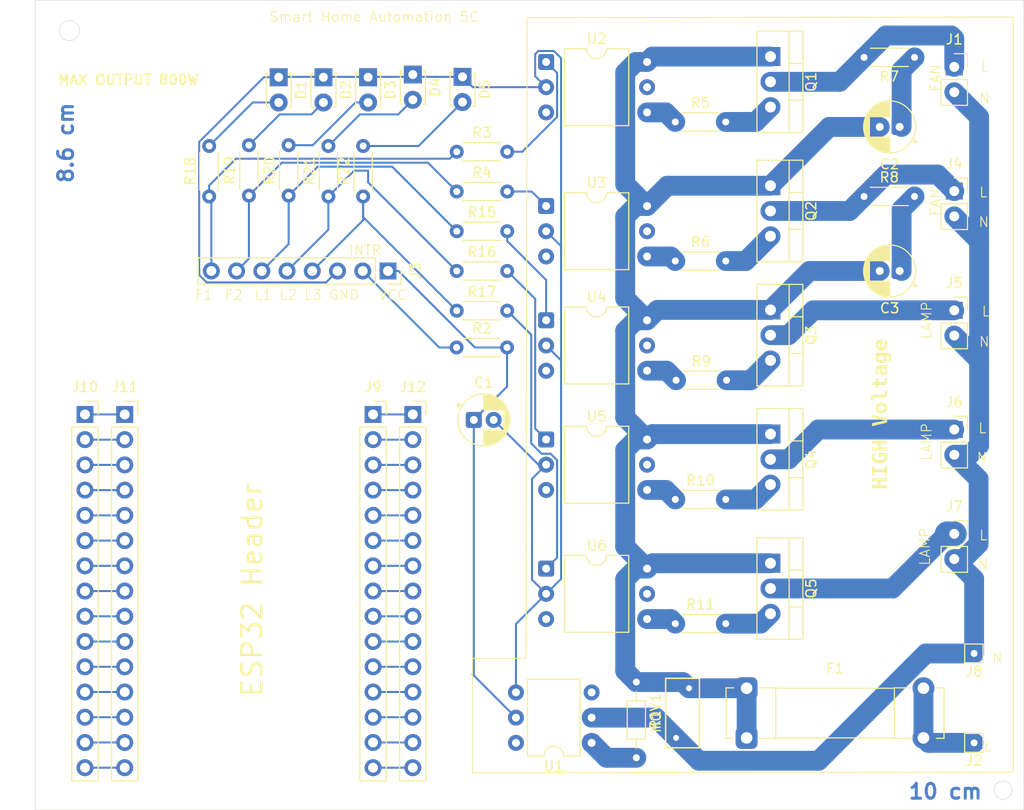
<source format=kicad_pcb>
(kicad_pcb (version 20241229) (generator "pcbnew") (generator_version "9.0")
  (layers (0 "F.Cu" signal) (2 "B.Cu" signal) (13 "F.Paste" user) (15 "B.Paste" user) (5 "F.SilkS" user "F.Silkscreen") (7 "B.SilkS" user "B.Silkscreen") (1 "F.Mask" user) (3 "B.Mask" user) (25 "Edge.Cuts" user))
  (net 0 "")
  (net 1 "Net-(D1-K)")
  (net 2 "Net-(J3-Pin_1)")
  (net 3 "230")
  (net 4 "Net-(C2-Pad1)")
  (net 5 "Net-(C3-Pad1)")
  (net 6 "Net-(D1-A)")
  (net 7 "Net-(D2-A)")
  (net 8 "Net-(D3-A)")
  (net 9 "Net-(D4-A)")
  (net 10 "Net-(D5-A)")
  (net 11 "Net-(J1-Pin_1)")
  (net 12 "GND")
  (net 13 "Net-(J3-Pin_8)")
  (net 14 "Net-(J3-Pin_7)")
  (net 15 "Net-(J3-Pin_4)")
  (net 16 "Net-(J3-Pin_6)")
  (net 17 "Net-(J3-Pin_2)")
  (net 18 "Net-(J3-Pin_5)")
  (net 19 "Net-(J4-Pin_1)")
  (net 20 "Net-(J5-Pin_1)")
  (net 21 "Net-(J6-Pin_1)")
  (net 22 "Net-(J7-Pin_1)")
  (net 23 "Net-(Q1-G)")
  (net 24 "Net-(Q2-G)")
  (net 25 "Net-(Q3-G)")
  (net 26 "Net-(Q4-G)")
  (net 27 "Net-(Q5-G)")
  (net 28 "Net-(R1-Pad2)")
  (net 29 "Net-(R3-Pad2)")
  (net 30 "Net-(R4-Pad2)")
  (net 31 "Net-(R5-Pad1)")
  (net 32 "Net-(R6-Pad1)")
  (net 33 "Net-(R9-Pad1)")
  (net 34 "Net-(R10-Pad1)")
  (net 35 "Net-(R11-Pad1)")
  (net 36 "Net-(R15-Pad2)")
  (net 37 "Net-(R16-Pad2)")
  (net 38 "Net-(R17-Pad2)")
  (net 51 "Net-(Q1-A1)")
  (net 52 "Net-(J12-Pin_4)")
  (net 53 "Net-(J12-Pin_11)")
  (net 54 "Net-(J12-Pin_3)")
  (net 55 "Net-(J12-Pin_14)")
  (net 56 "Net-(J12-Pin_9)")
  (net 57 "Net-(J12-Pin_12)")
  (net 58 "Net-(J12-Pin_5)")
  (net 59 "Net-(J12-Pin_8)")
  (net 60 "Net-(J12-Pin_1)")
  (net 61 "Net-(J12-Pin_7)")
  (net 62 "Net-(J12-Pin_13)")
  (net 63 "Net-(J12-Pin_15)")
  (net 64 "Net-(J12-Pin_2)")
  (net 65 "Net-(J12-Pin_10)")
  (net 66 "Net-(J12-Pin_6)")
  (net 67 "Net-(J10-Pin_7)")
  (net 68 "Net-(J10-Pin_4)")
  (net 69 "Net-(J10-Pin_3)")
  (net 70 "Net-(J10-Pin_5)")
  (net 71 "Net-(J10-Pin_13)")
  (net 72 "Net-(J10-Pin_12)")
  (net 73 "Net-(J10-Pin_14)")
  (net 74 "Net-(J10-Pin_8)")
  (net 75 "Net-(J10-Pin_9)")
  (net 76 "Net-(J10-Pin_2)")
  (net 77 "Net-(J10-Pin_15)")
  (net 78 "Net-(J10-Pin_10)")
  (net 79 "Net-(J10-Pin_11)")
  (net 80 "Net-(J10-Pin_1)")
  (net 81 "Net-(J10-Pin_6)")
  (footprint "Connector_PinSocket_2.54mm:PinSocket_1x08_P2.54mm_Vertical" (layer "F.Cu") (at 123.5 75 -90)
    (property "Reference" "J3")
    (property "Value" "MCU")
  )
  (footprint "Package_TO_SOT_THT:TO-220-3_Vertical" (layer "F.Cu") (at 162 91.42 -90)
    (property "Reference" "Q4")
    (property "Value" "BTA16-600B")
  )
  (footprint "Resistor_THT:R_Axial_DIN0204_L3.6mm_D1.6mm_P5.08mm_Horizontal" (layer "F.Cu") (at 117.5 67.5 90)
    (property "Reference" "R21")
    (property "Value" "470")
  )
  (footprint "Connector_PinSocket_2.54mm:PinSocket_1x15_P2.54mm_Vertical" (layer "F.Cu") (at 93 89.44)
    (property "Reference" "J10")
    (property "Value" "Screw_Terminal_01x15")
  )
  (footprint "Resistor_THT:R_Axial_DIN0204_L3.6mm_D1.6mm_P5.08mm_Horizontal" (layer "F.Cu") (at 130.42 75)
    (property "Reference" "R16")
    (property "Value" "330")
  )
  (footprint "Resistor_THT:R_Axial_DIN0204_L3.6mm_D1.6mm_P5.08mm_Horizontal" (layer "F.Cu") (at 130.42 63)
    (property "Reference" "R3")
    (property "Value" "330")
  )
  (footprint "Package_DIP:DIP-6_W10.16mm" (layer "F.Cu") (at 139.42 91.96)
    (property "Reference" "U5")
    (property "Value" "MOC3043M")
  )
  (footprint "Resistor_THT:R_Axial_DIN0204_L3.6mm_D1.6mm_P5.08mm_Horizontal" (layer "F.Cu") (at 130.42 71)
    (property "Reference" "R15")
    (property "Value" "330")
  )
  (footprint "Resistor_THT:R_Axial_DIN0204_L3.6mm_D1.6mm_P5.08mm_Horizontal" (layer "F.Cu") (at 152.42 110.5)
    (property "Reference" "R11")
    (property "Value" "330")
  )
  (footprint "Package_TO_SOT_THT:TO-220-3_Vertical" (layer "F.Cu") (at 162 104.42 -90)
    (property "Reference" "Q5")
    (property "Value" "BTA16-600B")
  )
  (footprint "Package_DIP:DIP-6_W10.16mm" (layer "F.Cu") (at 139.42 79.96)
    (property "Reference" "U4")
    (property "Value" "MOC3043M")
  )
  (footprint "Connector_PinSocket_2.54mm:PinSocket_1x15_P2.54mm_Vertical" (layer "F.Cu") (at 122 89.44)
    (property "Reference" "J9")
    (property "Value" "Screw_Terminal_01x15")
  )
  (footprint "LED_THT:LED_D1.8mm_W3.3mm_H2.4mm" (layer "F.Cu") (at 126 55.23 -90)
    (property "Reference" "D4")
    (property "Value" "LED")
  )
  (footprint "Package_DIP:DIP-6_W10.16mm" (layer "F.Cu") (at 139.42 68.46)
    (property "Reference" "U3")
    (property "Value" "MOC3023M")
  )
  (footprint "Connector_PinSocket_2.54mm:PinSocket_1x15_P2.54mm_Vertical" (layer "F.Cu") (at 97 89.44)
    (property "Reference" "J11")
    (property "Value" "Screw_Terminal_01x15")
  )
  (footprint "LED_THT:LED_D1.8mm_W3.3mm_H2.4mm" (layer "F.Cu") (at 117 55.5 -90)
    (property "Reference" "D2")
    (property "Value" "LED")
  )
  (footprint "Resistor_THT:R_Axial_DIN0204_L3.6mm_D1.6mm_P5.08mm_Horizontal" (layer "F.Cu") (at 171.42 67.5)
    (property "Reference" "R8")
    (property "Value" "100 (2W)")
  )
  (footprint "Resistor_THT:R_Axial_DIN0204_L3.6mm_D1.6mm_P5.08mm_Horizontal" (layer "F.Cu") (at 176.5 53.5 180)
    (property "Reference" "R7")
    (property "Value" "100 (2W)")
  )
  (footprint "Connector_PinSocket_2.54mm:PinSocket_1x15_P2.54mm_Vertical" (layer "F.Cu") (at 126 89.44)
    (property "Reference" "J12")
    (property "Value" "Screw_Terminal_01x15")
  )
  (footprint "Connector_PinSocket_2.54mm:PinSocket_1x02_P2.54mm_Vertical" (layer "F.Cu") (at 180.5 54.46)
    (property "Reference" "J1")
    (property "Value" "Fan 1")
  )
  (footprint "Connector_PinSocket_2.54mm:PinSocket_1x02_P2.54mm_Vertical" (layer "F.Cu") (at 180.5 66.96)
    (property "Reference" "J4")
    (property "Value" "Fan 2")
  )
  (footprint "Package_TO_SOT_THT:TO-220-3_Vertical" (layer "F.Cu") (at 162 78.92 -90)
    (property "Reference" "Q3")
    (property "Value" "BTA16-600B")
  )
  (footprint "Connector_Pin:Pin_D0.7mm_L6.5mm_W1.8mm_FlatFork" (layer "F.Cu") (at 182.5 113.5)
    (property "Reference" "J8")
    (property "Value" "Nutral")
  )
  (footprint "Package_DIP:DIP-6_W7.62mm" (layer "F.Cu") (at 144 122.5 180)
    (property "Reference" "U1")
    (property "Value" "H11AA1")
  )
  (footprint "Resistor_THT:R_Axial_DIN0204_L3.6mm_D1.6mm_P7.62mm_Horizontal" (layer "F.Cu") (at 148.5 116.38 -90)
    (property "Reference" "R1")
    (property "Value" "120k (1W)")
  )
  (footprint "Resistor_THT:R_Axial_DIN0204_L3.6mm_D1.6mm_P5.08mm_Horizontal" (layer "F.Cu") (at 130.4036 82.7024)
    (property "Reference" "R2")
    (property "Value" "100k")
  )
  (footprint "Package_TO_SOT_THT:TO-220-3_Vertical" (layer "F.Cu") (at 162 66.42 -90)
    (property "Reference" "Q2")
    (property "Value" "BTA16-600B")
  )
  (footprint "Package_DIP:DIP-6_W10.16mm" (layer "F.Cu") (at 139.42 104.96)
    (property "Reference" "U6")
    (property "Value" "MOC3043M")
  )
  (footprint "Package_TO_SOT_THT:TO-220-3_Vertical" (layer "F.Cu") (at 162 53.42 -90)
    (property "Reference" "Q1")
    (property "Value" "BTA16-600B")
  )
  (footprint "Connector_PinSocket_2.54mm:PinSocket_1x02_P2.54mm_Vertical" (layer "F.Cu") (at 180.5 90.96)
    (property "Reference" "J6")
    (property "Value" "Lamp 2")
  )
  (footprint "Resistor_THT:R_Axial_DIN0204_L3.6mm_D1.6mm_P5.08mm_Horizontal" (layer "F.Cu") (at 152.42 60)
    (property "Reference" "R5")
    (property "Value" "330")
  )
  (footprint "Connector_Pin:Pin_D0.7mm_L6.5mm_W1.8mm_FlatFork" (layer "F.Cu") (at 182.5 122.5)
    (property "Reference" "J2")
    (property "Value" "Line")
  )
  (footprint "LED_THT:LED_D1.8mm_W3.3mm_H2.4mm" (layer "F.Cu") (at 112.5 55.5 -90)
    (property "Reference" "D1")
    (property "Value" "LED")
  )
  (footprint "Package_DIP:DIP-6_W10.16mm" (layer "F.Cu") (at 139.42 53.96)
    (property "Reference" "U2")
    (property "Value" "MOC3023M")
  )
  (footprint "Capacitor_THT:CP_Radial_D5.0mm_P2.00mm" (layer "F.Cu") (at 132.1374 89.9922)
    (property "Reference" "C1")
    (property "Value" "0.1uf")
  )
  (footprint "Fuse:Fuseholder_Clip-5x20mm_Bel_FC-203-22_Lateral_P17.80x5.00mm_D1.17mm_Horizontal" (layer "F.Cu") (at 159.6 117)
    (property "Reference" "F1")
    (property "Value" "4A")
  )
  (footprint "Varistor:RV_Disc_D7mm_W3.4mm_P5mm" (layer "F.Cu") (at 153.8 117 -90)
    (property "Reference" "MOV1")
    (property "Value" "275VAC")
  )
  (footprint "LED_THT:LED_D1.8mm_W3.3mm_H2.4mm" (layer "F.Cu") (at 121.5 55.5 -90)
    (property "Reference" "D3")
    (property "Value" "LED")
  )
  (footprint "Resistor_THT:R_Axial_DIN0204_L3.6mm_D1.6mm_P5.08mm_Horizontal" (layer "F.Cu") (at 113.5 67.42 90)
    (property "Reference" "R20")
    (property "Value" "470")
  )
  (footprint "Resistor_THT:R_Axial_DIN0204_L3.6mm_D1.6mm_P5.08mm_Horizontal" (layer "F.Cu") (at 109.5 67.42 90)
    (property "Reference" "R19")
    (property "Value" "470")
  )
  (footprint "Resistor_THT:R_Axial_DIN0204_L3.6mm_D1.6mm_P5.08mm_Horizontal" (layer "F.Cu") (at 152.42 98)
    (property "Reference" "R10")
    (property "Value" "330")
  )
  (footprint "Capacitor_THT:CP_Radial_D5.0mm_P2.00mm" (layer "F.Cu") (at 175 75 180)
    (property "Reference" "C3")
    (property "Value" "0.01uf X2")
  )
  (footprint "Connector_PinSocket_2.54mm:PinSocket_1x02_P2.54mm_Vertical" (layer "F.Cu") (at 180.5 101.46)
    (property "Reference" "J7")
    (property "Value" "Lamp 3")
  )
  (footprint "Resistor_THT:R_Axial_DIN0204_L3.6mm_D1.6mm_P5.08mm_Horizontal" (layer "F.Cu") (at 105.5 67.5 90)
    (property "Reference" "R18")
    (property "Value" "470")
  )
  (footprint "Resistor_THT:R_Axial_DIN0204_L3.6mm_D1.6mm_P5.08mm_Horizontal" (layer "F.Cu") (at 152.5 86)
    (property "Reference" "R9")
    (property "Value" "330")
  )
  (footprint "Resistor_THT:R_Axial_DIN0204_L3.6mm_D1.6mm_P5.08mm_Horizontal" (layer "F.Cu") (at 130.42 67)
    (property "Reference" "R4")
    (property "Value" "330")
  )
  (footprint "Capacitor_THT:CP_Radial_D5.0mm_P2.00mm" (layer "F.Cu") (at 175 60.5 180)
    (property "Reference" "C2")
    (property "Value" "0.01uf X2")
  )
  (footprint "Resistor_THT:R_Axial_DIN0204_L3.6mm_D1.6mm_P5.08mm_Horizontal" (layer "F.Cu") (at 130.42 79)
    (property "Reference" "R17")
    (property "Value" "330")
  )
  (footprint "Connector_PinSocket_2.54mm:PinSocket_1x02_P2.54mm_Vertical" (layer "F.Cu") (at 180.5 78.96)
    (property "Reference" "J5")
    (property "Value" "Lamp 1")
  )
  (footprint "Resistor_THT:R_Axial_DIN0204_L3.6mm_D1.6mm_P5.08mm_Horizontal" (layer "F.Cu") (at 152.42 74)
    (property "Reference" "R6")
    (property "Value" "330")
  )
  (footprint "Resistor_THT:R_Axial_DIN0204_L3.6mm_D1.6mm_P5.08mm_Horizontal" (layer "F.Cu") (at 121 67.5 90)
    (property "Reference" "R22")
    (property "Value" "470")
  )
  (footprint "LED_THT:LED_D1.8mm_W3.3mm_H2.4mm" (layer "F.Cu") (at 131 55.46 -90)
    (property "Reference" "D5")
    (property "Value" "LED")
  )
  (gr_line (start 186.436 49.4506) (end 186.436 125.4506) (stroke (width 0.1)) (layer "F.SilkS"))
  (gr_line (start 137.5 49.5) (end 186.436 49.4506) (stroke (width 0.1)) (layer "F.SilkS"))
  (gr_line (start 132 114) (end 132 125.5) (stroke (width 0.1)) (layer "F.SilkS"))
  (gr_line (start 132 114) (end 137.38 114) (stroke (width 0.1)) (layer "F.SilkS"))
  (gr_line (start 137.5 49.5) (end 137.38 114) (stroke (width 0.1)) (layer "F.SilkS"))
  (gr_line (start 132 125.5) (end 186.436 125.4506) (stroke (width 0.1)) (layer "F.SilkS"))
  (gr_rect (start 88 47.75) (end 187.5 129.25) (stroke (width 0.05)) (fill no) (layer "Edge.Cuts"))
  (gr_circle (center 185.42 127.254) (end 186.182 127.762) (stroke (width 0.05)) (fill no) (layer "Edge.Cuts"))
  (gr_circle (center 91.44 50.8) (end 92.456 50.8) (stroke (width 0.05)) (fill no) (layer "Edge.Cuts"))
  (gr_text "8.6 cm" (at 91.948 66.294 90) (layer "B.Cu") (effects (font (size 1.5 1.5) (thickness 0.3) (bold yes)) (justify left bottom)))
  (gr_text "10 cm\n" (at 175.768 128.27 0) (layer "B.Cu") (effects (font (size 1.5 1.5) (thickness 0.3) (bold yes)) (justify left bottom)))
  (gr_text "N" (at 182.7022 94.3864 0) (layer "F.SilkS") (effects (font (size 1 1) (thickness 0.1)) (justify left bottom)))
  (gr_text "N" (at 182.9562 58.1914 0) (layer "F.SilkS") (effects (font (size 1 1) (thickness 0.1)) (justify left bottom)))
  (gr_text "L2" (at 112.5 78 0) (layer "F.SilkS") (effects (font (size 1 1) (thickness 0.1)) (justify left bottom)))
  (gr_text "LAMP\n" (at 178.1302 104.7242 90) (layer "F.SilkS") (effects (font (size 1 1) (thickness 0.1)) (justify left bottom)))
  (gr_text "F1" (at 104 78 0) (layer "F.SilkS") (effects (font (size 1 1) (thickness 0.1)) (justify left bottom)))
  (gr_text "N" (at 184.2262 114.5286 0) (layer "F.SilkS") (effects (font (size 1 1) (thickness 0.1)) (justify left bottom)))
  (gr_text "N" (at 182.88 70.6628 0) (layer "F.SilkS") (effects (font (size 1 1) (thickness 0.1)) (justify left bottom)))
  (gr_text "N" (at 182.8038 105.156 0) (layer "F.SilkS") (effects (font (size 1 1) (thickness 0.1)) (justify left bottom)))
  (gr_text "L3" (at 115 78 0) (layer "F.SilkS") (effects (font (size 1 1) (thickness 0.1)) (justify left bottom)))
  (gr_text "HIGH Voltage " (at 174 97 90) (layer "F.SilkS") (effects (font (size 1.5 1.5) (thickness 0.3) (bold yes)) (justify left bottom)))
  (gr_text "LAMP\n" (at 178.308 81.9404 90) (layer "F.SilkS") (effects (font (size 1 1) (thickness 0.1)) (justify left bottom)))
  (gr_text "INTR" (at 119.5 73.5 0) (layer "F.SilkS") (effects (font (size 1 1) (thickness 0.1)) (justify left bottom)))
  (gr_text "FAN" (at 179.17 57.03 90) (layer "F.SilkS") (effects (font (size 1 1) (thickness 0.1)) (justify left bottom)))
  (gr_text "MAX OUTPUT 800W" (at 90.17 56.3372 0) (layer "F.SilkS") (effects (font (size 1 1) (thickness 0.2) (bold yes)) (justify left bottom)))
  (gr_text "N" (at 182.9308 82.7024 0) (layer "F.SilkS") (effects (font (size 1 1) (thickness 0.1)) (justify left bottom)))
  (gr_text "ESP32 Header" (at 111 118 90) (layer "F.SilkS") (effects (font (size 2 2) (thickness 0.25)) (justify left bottom)))
  (gr_text "FAN" (at 179.17 69.53 90) (layer "F.SilkS") (effects (font (size 1 1) (thickness 0.1)) (justify left bottom)))
  (gr_text "Smart Home Automation 5C " (at 111.5 50 0) (layer "F.SilkS") (effects (font (size 1 1) (thickness 0.1)) (justify left bottom)))
  (gr_text "L" (at 182.9562 102.1842 0) (layer "F.SilkS") (effects (font (size 1 1) (thickness 0.1)) (justify left bottom)))
  (gr_text "GND\n" (at 117.5 78 0) (layer "F.SilkS") (effects (font (size 1 1) (thickness 0.1)) (justify left bottom)))
  (gr_text "L" (at 182.8546 91.4146 0) (layer "F.SilkS") (effects (font (size 1 1) (thickness 0.1)) (justify left bottom)))
  (gr_text "VCC\n" (at 122.5 78 0) (layer "F.SilkS") (effects (font (size 1 1) (thickness 0.1)) (justify left bottom)))
  (gr_text "L" (at 183.2102 79.6544 0) (layer "F.SilkS") (effects (font (size 1 1) (thickness 0.1)) (justify left bottom)))
  (gr_text "L" (at 183.4 123.45 0) (layer "F.SilkS") (effects (font (size 1 1) (thickness 0.1)) (justify left bottom)))
  (gr_text "L" (at 182.9562 67.6656 0) (layer "F.SilkS") (effects (font (size 1 1) (thickness 0.1)) (justify left bottom)))
  (gr_text "L1\n" (at 110 78 0) (layer "F.SilkS") (effects (font (size 1 1) (thickness 0.1)) (justify left bottom)))
  (gr_text "L" (at 183.1086 55.0164 0) (layer "F.SilkS") (effects (font (size 1 1) (thickness 0.1)) (justify left bottom)))
  (gr_text "LAMP" (at 178.308 94.1832 90) (layer "F.SilkS") (effects (font (size 1 1) (thickness 0.1)) (justify left bottom)))
  (gr_text "F2\n" (at 107 78 0) (layer "F.SilkS") (effects (font (size 1 1) (thickness 0.1)) (justify left bottom)))
  (segment (start 138.319 53.17484) (end 138.63484 52.859) (width 0.2) (layer "B.Cu") (net 1))
  (segment (start 111.004372 55.5) (end 112.5 55.5) (width 0.2) (layer "B.Cu") (net 1))
  (segment (start 117.269 76.151) (end 105.24324 76.151) (width 0.2) (layer "B.Cu") (net 1))
  (segment (start 140.922 73.5) (end 140.922 84.002) (width 0.2) (layer "B.Cu") (net 1))
  (segment (start 140.922 72.502) (end 140.922 73.5) (width 0.2) (layer "B.Cu") (net 1))
  (segment (start 140.922 105.998) (end 139.42 107.5) (width 0.2) (layer "B.Cu") (net 1))
  (segment (start 134.1374 89.9922) (end 138.6452 94.5) (width 0.2) (layer "B.Cu") (net 1))
  (segment (start 136.38 110.54) (end 136.38 117.42) (width 0.2) (layer "B.Cu") (net 1))
  (segment (start 140.922 84.002) (end 140.922 105.998) (width 0.2) (layer "B.Cu") (net 1))
  (segment (start 132.04 56.5) (end 131 55.46) (width 0.2) (layer "B.Cu") (net 1))
  (segment (start 139.42 94.5) (end 138 95.92) (width 0.2) (layer "B.Cu") (net 1))
  (segment (start 138.63484 52.859) (end 140.20516 52.859) (width 0.2) (layer "B.Cu") (net 1))
  (segment (start 138.319 55.399) (end 138.319 53.17484) (width 0.2) (layer "B.Cu") (net 1))
  (segment (start 139.42 56.5) (end 132.04 56.5) (width 0.2) (layer "B.Cu") (net 1))
  (segment (start 112.54 55.46) (end 112.5 55.5) (width 0.2) (layer "B.Cu") (net 1))
  (segment (start 105.24324 76.151) (end 104.499 75.40676) (width 0.2) (layer "B.Cu") (net 1))
  (segment (start 104.499 75.40676) (end 104.499 62.005372) (width 0.2) (layer "B.Cu") (net 1))
  (segment (start 139.42 56.5) (end 138.319 55.399) (width 0.2) (layer "B.Cu") (net 1))
  (segment (start 140.20516 52.859) (end 140.922 53.57584) (width 0.2) (layer "B.Cu") (net 1))
  (segment (start 131 55.46) (end 112.54 55.46) (width 0.2) (layer "B.Cu") (net 1))
  (segment (start 140.922 53.57584) (end 140.922 73.5) (width 0.2) (layer "B.Cu") (net 1))
  (segment (start 139.42 71) (end 140.922 72.502) (width 0.2) (layer "B.Cu") (net 1))
  (segment (start 138 95.92) (end 138 106.08) (width 0.2) (layer "B.Cu") (net 1))
  (segment (start 138 106.08) (end 139.42 107.5) (width 0.2) (layer "B.Cu") (net 1))
  (segment (start 104.499 62.005372) (end 111.004372 55.5) (width 0.2) (layer "B.Cu") (net 1))
  (segment (start 138.6452 94.5) (end 139.42 94.5) (width 0.2) (layer "B.Cu") (net 1))
  (segment (start 118.42 75) (end 117.269 76.151) (width 0.2) (layer "B.Cu") (net 1))
  (segment (start 139.42 82.5) (end 140.922 84.002) (width 0.2) (layer "B.Cu") (net 1))
  (segment (start 139.42 107.5) (end 136.38 110.54) (width 0.2) (layer "B.Cu") (net 1))
  (segment (start 132.1374 89.9922) (end 132.1374 115.7174) (width 0.2) (layer "B.Cu") (net 2))
  (segment (start 135.4836 86.646) (end 132.1374 89.9922) (width 0.2) (layer "B.Cu") (net 2))
  (segment (start 136.38 119.96) (end 132 115.58) (width 0.2) (layer "B.Cu") (net 2))
  (segment (start 135.4836 82.7024) (end 135.4836 86.646) (width 0.2) (layer "B.Cu") (net 2))
  (segment (start 123.5 75) (end 124.55 75) (width 0.2) (layer "B.Cu") (net 2))
  (segment (start 132.2524 82.7024) (end 135.4836 82.7024) (width 0.2) (layer "B.Cu") (net 2))
  (segment (start 124.55 75) (end 132.2524 82.7024) (width 0.2) (layer "B.Cu") (net 2))
  (segment (start 177.4 117) (end 177.4 122) (width 2) (layer "B.Cu") (net 3))
  (segment (start 177.9 122.5) (end 177.4 122) (width 2) (layer "B.Cu") (net 3))
  (segment (start 182.5 122.5) (end 177.9 122.5) (width 2) (layer "B.Cu") (net 3))
  (segment (start 175.201 54.799) (end 175.201 60.5) (width 2) (layer "B.Cu") (net 4))
  (segment (start 176.5 53.5) (end 175.201 54.799) (width 2) (layer "B.Cu") (net 4))
  (segment (start 176.5 67.5) (end 175.201 68.799) (width 2) (layer "B.Cu") (net 5))
  (segment (start 175.201 68.799) (end 175.201 75) (width 2) (layer "B.Cu") (net 5))
  (segment (start 109.88 58.04) (end 105.5 62.42) (width 0.2) (layer "B.Cu") (net 6))
  (segment (start 112.5 58.04) (end 109.88 58.04) (width 0.2) (layer "B.Cu") (net 6))
  (segment (start 115.799 59.241) (end 112.599 59.241) (width 0.2) (layer "B.Cu") (net 7))
  (segment (start 117 58.04) (end 115.799 59.241) (width 0.2) (layer "B.Cu") (net 7))
  (segment (start 112.599 59.241) (end 109.5 62.34) (width 0.2) (layer "B.Cu") (net 7))
  (segment (start 121.5 58.04) (end 120.227208 58.04) (width 0.2) (layer "B.Cu") (net 8))
  (segment (start 115.927208 62.34) (end 113.5 62.34) (width 0.2) (layer "B.Cu") (net 8))
  (segment (start 120.227208 58.04) (end 115.927208 62.34) (width 0.2) (layer "B.Cu") (net 8))
  (segment (start 124.529 59.241) (end 120.679 59.241) (width 0.2) (layer "B.Cu") (net 9))
  (segment (start 126 57.77) (end 124.529 59.241) (width 0.2) (layer "B.Cu") (net 9))
  (segment (start 120.679 59.241) (end 117.5 62.42) (width 0.2) (layer "B.Cu") (net 9))
  (segment (start 131 58) (end 126.58 62.42) (width 0.2) (layer "B.Cu") (net 10))
  (segment (start 126.58 62.42) (end 121 62.42) (width 0.2) (layer "B.Cu") (net 10))
  (segment (start 173.621 51.299) (end 180.189 51.299) (width 2) (layer "B.Cu") (net 11))
  (segment (start 180.5 51.61) (end 180.5 54.46) (width 2) (layer "B.Cu") (net 11))
  (segment (start 171.42 53.5) (end 173.621 51.299) (width 2) (layer "B.Cu") (net 11))
  (segment (start 180.189 51.299) (end 180.5 51.61) (width 2) (layer "B.Cu") (net 11))
  (segment (start 171.42 53.5) (end 168.96 55.96) (width 2) (layer "B.Cu") (net 11))
  (segment (start 168.96 55.96) (end 162 55.96) (width 2) (layer "B.Cu") (net 11))
  (segment (start 183 92.562) (end 182.062 93.5) (width 2) (layer "B.Cu") (net 12))
  (segment (start 183 59.5) (end 183 72) (width 2) (layer "B.Cu") (net 12))
  (segment (start 152.5 122) (end 154.801 124.301) (width 2) (layer "B.Cu") (net 12))
  (segment (start 180.5 57) (end 183 59.5) (width 2) (layer "B.Cu") (net 12))
  (segment (start 166.844894 124.301) (end 177.645894 113.5) (width 2) (layer "B.Cu") (net 12))
  (segment (start 177.645894 113.5) (end 182.5 113.5) (width 2) (layer "B.Cu") (net 12))
  (segment (start 154.801 124.301) (end 166.844894 124.301) (width 2) (layer "B.Cu") (net 12))
  (segment (start 182.951 102.475237) (end 182.951 95.951) (width 2) (layer "B.Cu") (net 12))
  (segment (start 180.5 104) (end 181.426237 104) (width 2) (layer "B.Cu") (net 12))
  (segment (start 152.5 122) (end 150.46 119.96) (width 2) (layer "B.Cu") (net 12))
  (segment (start 181.426237 104) (end 182.951 102.475237) (width 2) (layer "B.Cu") (net 12))
  (segment (start 180.5 81.5) (end 183 84) (width 2) (layer "B.Cu") (net 12))
  (segment (start 182.5 106) (end 180.5 104) (width 2) (layer "B.Cu") (net 12))
  (segment (start 182.5 113.5) (end 182.5 106) (width 2) (layer "B.Cu") (net 12))
  (segment (start 180.5 69.5) (end 183 72) (width 2) (layer "B.Cu") (net 12))
  (segment (start 182.062 93.5) (end 180.5 93.5) (width 2) (layer "B.Cu") (net 12))
  (segment (start 150.46 119.96) (end 144 119.96) (width 2) (layer "B.Cu") (net 12))
  (segment (start 182.951 95.951) (end 180.5 93.5) (width 2) (layer "B.Cu") (net 12))
  (segment (start 183 72) (end 183 84) (width 2) (layer "B.Cu") (net 12))
  (segment (start 183 84) (end 183 92.562) (width 2) (layer "B.Cu") (net 12))
  (segment (start 105.5 66.4) (end 108.2 63.7) (width 0.2) (layer "B.Cu") (net 13))
  (segment (start 129.72 63.7) (end 108.2 63.7) (width 0.2) (layer "B.Cu") (net 13))
  (segment (start 105.72 68.22) (end 105.72 75) (width 0.2) (layer "B.Cu") (net 13))
  (segment (start 105.5 67.5) (end 105.5 68) (width 0.2) (layer "B.Cu") (net 13))
  (segment (start 130.42 63) (end 129.72 63.7) (width 0.2) (layer "B.Cu") (net 13))
  (segment (start 105.5 68) (end 105.72 68.22) (width 0.2) (layer "B.Cu") (net 13))
  (segment (start 105.5 67.5) (end 105.5 66.4) (width 0.2) (layer "B.Cu") (net 13))
  (segment (start 109.5 67.42) (end 112.819 64.101) (width 0.2) (layer "B.Cu") (net 14))
  (segment (start 127.521 64.101) (end 130.42 67) (width 0.2) (layer "B.Cu") (net 14))
  (segment (start 109.5 73.76) (end 108.26 75) (width 0.2) (layer "B.Cu") (net 14))
  (segment (start 112.819 64.101) (end 127.521 64.101) (width 0.2) (layer "B.Cu") (net 14))
  (segment (start 109.5 67.42) (end 109.5 73.76) (width 0.2) (layer "B.Cu") (net 14))
  (segment (start 121 69.58) (end 130.42 79) (width 0.2) (layer "B.Cu") (net 15))
  (segment (start 121 67.5) (end 121 69.58) (width 0.2) (layer "B.Cu") (net 15))
  (segment (start 121 69.88) (end 115.88 75) (width 0.2) (layer "B.Cu") (net 15))
  (segment (start 121 67.5) (end 121 69.88) (width 0.2) (layer "B.Cu") (net 15))
  (segment (start 113.5 67.42) (end 116.418 64.502) (width 0.2) (layer "B.Cu") (net 16))
  (segment (start 116.418 64.502) (end 123.922 64.502) (width 0.2) (layer "B.Cu") (net 16))
  (segment (start 113.5 72.3) (end 110.8 75) (width 0.2) (layer "B.Cu") (net 16))
  (segment (start 113.5 67.42) (end 113.5 72.3) (width 0.2) (layer "B.Cu") (net 16))
  (segment (start 123.922 64.502) (end 130.42 71) (width 0.2) (layer "B.Cu") (net 16))
  (segment (start 130.4036 82.7024) (end 128.6624 82.7024) (width 0.2) (layer "B.Cu") (net 17))
  (segment (start 128.6624 82.7024) (end 120.96 75) (width 0.2) (layer "B.Cu") (net 17))
  (segment (start 117.5 67.5) (end 117.5 70.84) (width 0.2) (layer "B.Cu") (net 18))
  (segment (start 117.5 70.84) (end 113.34 75) (width 0.2) (layer "B.Cu") (net 18))
  (segment (start 120.097 64.903) (end 121.5 64.903) (width 0.2) (layer "B.Cu") (net 18))
  (segment (start 117.5 67.5) (end 120.097 64.903) (width 0.2) (layer "B.Cu") (net 18))
  (segment (start 121.5 66.08) (end 130.42 75) (width 0.2) (layer "B.Cu") (net 18))
  (segment (start 121.5 64.903) (end 121.5 66.08) (width 0.2) (layer "B.Cu") (net 18))
  (segment (start 171.42 67.5) (end 173.621 65.299) (width 2) (layer "B.Cu") (net 19))
  (segment (start 178.839 65.299) (end 180.5 66.96) (width 2) (layer "B.Cu") (net 19))
  (segment (start 169.96 68.96) (end 162 68.96) (width 2) (layer "B.Cu") (net 19))
  (segment (start 171.42 67.5) (end 169.96 68.96) (width 2) (layer "B.Cu") (net 19))
  (segment (start 173.621 65.299) (end 178.839 65.299) (width 2) (layer "B.Cu") (net 19))
  (segment (start 180.5 78.96) (end 166.3145 78.96) (width 2) (layer "B.Cu") (net 20))
  (segment (start 166.3145 78.96) (end 163.8145 81.46) (width 2) (layer "B.Cu") (net 20))
  (segment (start 163.8145 81.46) (end 162 81.46) (width 2) (layer "B.Cu") (net 20))
  (segment (start 163.8145 93.96) (end 162 93.96) (width 2) (layer "B.Cu") (net 21))
  (segment (start 180.5 90.96) (end 166.8145 90.96) (width 2) (layer "B.Cu") (net 21))
  (segment (start 166.8145 90.96) (end 163.8145 93.96) (width 2) (layer "B.Cu") (net 21))
  (segment (start 179.785894 101.46) (end 180.5 101.46) (width 2.5) (layer "B.Cu") (net 22))
  (segment (start 174.285894 106.96) (end 179.785894 101.46) (width 2) (layer "B.Cu") (net 22))
  (segment (start 162 106.96) (end 174.285894 106.96) (width 2) (layer "B.Cu") (net 22))
  (segment (start 160.5 60) (end 162 58.5) (width 2) (layer "B.Cu") (net 23))
  (segment (start 157.5 60) (end 160.5 60) (width 2) (layer "B.Cu") (net 23))
  (segment (start 159.5 74) (end 162 71.5) (width 2) (layer "B.Cu") (net 24))
  (segment (start 157.5 74) (end 159.5 74) (width 2) (layer "B.Cu") (net 24))
  (segment (start 157.58 86) (end 160 86) (width 2) (layer "B.Cu") (net 25))
  (segment (start 160 86) (end 162 84) (width 2) (layer "B.Cu") (net 25))
  (segment (start 157.5 98) (end 160.5 98) (width 2) (layer "B.Cu") (net 26))
  (segment (start 160.5 98) (end 162 96.5) (width 2) (layer "B.Cu") (net 26))
  (segment (start 157.5 110.5) (end 161 110.5) (width 2) (layer "B.Cu") (net 27))
  (segment (start 161 110.5) (end 162 109.5) (width 2) (layer "B.Cu") (net 27))
  (segment (start 145.5 124) (end 144 122.5) (width 2) (layer "B.Cu") (net 28))
  (segment (start 148.5 124) (end 145.5 124) (width 2) (layer "B.Cu") (net 28))
  (segment (start 139.42 53.96) (end 140.521 55.061) (width 0.2) (layer "B.Cu") (net 29))
  (segment (start 140.521 59.49605) (end 137.01705 63) (width 0.2) (layer "B.Cu") (net 29))
  (segment (start 140.521 55.061) (end 140.521 59.49605) (width 0.2) (layer "B.Cu") (net 29))
  (segment (start 137.01705 63) (end 135.5 63) (width 0.2) (layer "B.Cu") (net 29))
  (segment (start 135.5 67) (end 137.96 67) (width 0.2) (layer "B.Cu") (net 30))
  (segment (start 137.96 67) (end 139.42 68.46) (width 0.2) (layer "B.Cu") (net 30))
  (segment (start 149.58 59.04) (end 151.46 59.04) (width 2) (layer "B.Cu") (net 31))
  (segment (start 151.46 59.04) (end 152.42 60) (width 2) (layer "B.Cu") (net 31))
  (segment (start 151.96 73.54) (end 152.42 74) (width 2) (layer "B.Cu") (net 32))
  (segment (start 149.58 73.54) (end 151.96 73.54) (width 2) (layer "B.Cu") (net 32))
  (segment (start 151.54 85.04) (end 152.5 86) (width 2) (layer "B.Cu") (net 33))
  (segment (start 149.58 85.04) (end 151.54 85.04) (width 2) (layer "B.Cu") (net 33))
  (segment (start 151.46 97.04) (end 152.42 98) (width 2) (layer "B.Cu") (net 34))
  (segment (start 149.58 97.04) (end 151.46 97.04) (width 2) (layer "B.Cu") (net 34))
  (segment (start 149.58 110.04) (end 151.96 110.04) (width 2) (layer "B.Cu") (net 35))
  (segment (start 151.96 110.04) (end 152.42 110.5) (width 2) (layer "B.Cu") (net 35))
  (segment (start 139.42 75.909949) (end 139.42 79.96) (width 0.2) (layer "B.Cu") (net 36))
  (segment (start 135.5 71) (end 135.5 71.989949) (width 0.2) (layer "B.Cu") (net 36))
  (segment (start 135.5 71.989949) (end 139.42 75.909949) (width 0.2) (layer "B.Cu") (net 36))
  (segment (start 138.319 90.859) (end 139.42 91.96) (width 0.2) (layer "B.Cu") (net 37))
  (segment (start 135.5 75) (end 138.319 77.819) (width 0.2) (layer "B.Cu") (net 37))
  (segment (start 138.319 77.819) (end 138.319 90.859) (width 0.2) (layer "B.Cu") (net 37))
  (segment (start 139.87605 93.399) (end 140.521 94.04395) (width 0.2) (layer "B.Cu") (net 38))
  (segment (start 137.918 92.35305) (end 138.96395 93.399) (width 0.2) (layer "B.Cu") (net 38))
  (segment (start 140.521 103.859) (end 139.42 104.96) (width 0.2) (layer "B.Cu") (net 38))
  (segment (start 137.918 81.418) (end 137.918 92.35305) (width 0.2) (layer "B.Cu") (net 38))
  (segment (start 138.96395 93.399) (end 139.87605 93.399) (width 0.2) (layer "B.Cu") (net 38))
  (segment (start 140.521 94.04395) (end 140.521 103.859) (width 0.2) (layer "B.Cu") (net 38))
  (segment (start 135.5 79) (end 137.918 81.418) (width 0.2) (layer "B.Cu") (net 38))
  (segment (start 148.44863 53.96) (end 147.379 55.02963) (width 2) (layer "B.Cu") (net 51))
  (segment (start 162 78.92) (end 150.62 78.92) (width 2) (layer "B.Cu") (net 51))
  (segment (start 165.92 75) (end 173 75) (width 2) (layer "B.Cu") (net 51))
  (segment (start 162 53.42) (end 150.12 53.42) (width 2) (layer "B.Cu") (net 51))
  (segment (start 149.58 53.96) (end 148.44863 53.96) (width 2) (layer "B.Cu") (net 51))
  (segment (start 147.379 115.259) (end 148.5 116.38) (width 2) (layer "B.Cu") (net 51))
  (segment (start 162 78.92) (end 165.92 75) (width 2) (layer "B.Cu") (net 51))
  (segment (start 148.44863 91.96) (end 147.379 93.02963) (width 2) (layer "B.Cu") (net 51))
  (segment (start 153.18 116.38) (end 153.8 117) (width 2) (layer "B.Cu") (net 51))
  (segment (start 148.5 116.38) (end 153.18 116.38) (width 2) (layer "B.Cu") (net 51))
  (segment (start 148.44863 104.96) (end 147.379 106.02963) (width 2) (layer "B.Cu") (net 51))
  (segment (start 147.379 77.759) (end 149.58 79.96) (width 2) (layer "B.Cu") (net 51))
  (segment (start 150.62 78.92) (end 149.58 79.96) (width 2) (layer "B.Cu") (net 51))
  (segment (start 162 104.42) (end 150.12 104.42) (width 2) (layer "B.Cu") (net 51))
  (segment (start 147.379 106.02963) (end 147.379 115.259) (width 2) (layer "B.Cu") (net 51))
  (segment (start 150.12 91.42) (end 149.58 91.96) (width 2) (layer "B.Cu") (net 51))
  (segment (start 147.379 102.759) (end 149.58 104.96) (width 2) (layer "B.Cu") (net 51))
  (segment (start 147.379 55.02963) (end 147.379 66.259) (width 2) (layer "B.Cu") (net 51))
  (segment (start 173 60.5) (end 167.92 60.5) (width 2) (layer "B.Cu") (net 51))
  (segment (start 148.44863 68.46) (end 147.379 69.52963) (width 2) (layer "B.Cu") (net 51))
  (segment (start 147.379 93.02963) (end 147.379 102.759) (width 2) (layer "B.Cu") (net 51))
  (segment (start 147.379 89.759) (end 149.58 91.96) (width 2) (layer "B.Cu") (net 51))
  (segment (start 147.379 69.52963) (end 147.379 77.759) (width 2) (layer "B.Cu") (net 51))
  (segment (start 147.379 66.259) (end 149.58 68.46) (width 2) (layer "B.Cu") (net 51))
  (segment (start 162 66.42) (end 151.62 66.42) (width 2) (layer "B.Cu") (net 51))
  (segment (start 162 91.42) (end 150.12 91.42) (width 2) (layer "B.Cu") (net 51))
  (segment (start 153.8 117) (end 159.6 117) (width 2) (layer "B.Cu") (net 51))
  (segment (start 149.58 79.96) (end 148.44863 79.96) (width 2) (layer "B.Cu") (net 51))
  (segment (start 148.44863 79.96) (end 147.379 81.02963) (width 2) (layer "B.Cu") (net 51))
  (segment (start 149.58 91.96) (end 148.44863 91.96) (width 2) (layer "B.Cu") (net 51))
  (segment (start 150.12 104.42) (end 149.58 104.96) (width 2) (layer "B.Cu") (net 51))
  (segment (start 150.12 53.42) (end 149.58 53.96) (width 2) (layer "B.Cu") (net 51))
  (segment (start 149.58 68.46) (end 148.44863 68.46) (width 2) (layer "B.Cu") (net 51))
  (segment (start 149.58 104.96) (end 148.44863 104.96) (width 2) (layer "B.Cu") (net 51))
  (segment (start 147.379 81.02963) (end 147.379 89.759) (width 2) (layer "B.Cu") (net 51))
  (segment (start 151.62 66.42) (end 149.58 68.46) (width 2) (layer "B.Cu") (net 51))
  (segment (start 159.6 117) (end 159.6 122) (width 2) (layer "B.Cu") (net 51))
  (segment (start 167.92 60.5) (end 162 66.42) (width 2) (layer "B.Cu") (net 51))
  (segment (start 122 97.06) (end 126 97.06) (width 0.2) (layer "B.Cu") (net 52))
  (segment (start 122 114.84) (end 126 114.84) (width 0.2) (layer "B.Cu") (net 53))
  (segment (start 122 94.52) (end 126 94.52) (width 0.2) (layer "B.Cu") (net 54))
  (segment (start 122 122.46) (end 126 122.46) (width 0.2) (layer "B.Cu") (net 55))
  (segment (start 122 109.76) (end 126 109.76) (width 0.2) (layer "B.Cu") (net 56))
  (segment (start 122 117.38) (end 126 117.38) (width 0.2) (layer "B.Cu") (net 57))
  (segment (start 122 99.6) (end 126 99.6) (width 0.2) (layer "B.Cu") (net 58))
  (segment (start 122 107.22) (end 126 107.22) (width 0.2) (layer "B.Cu") (net 59))
  (segment (start 122 89.44) (end 126 89.44) (width 0.2) (layer "B.Cu") (net 60))
  (segment (start 122 104.68) (end 126 104.68) (width 0.2) (layer "B.Cu") (net 61))
  (segment (start 122 119.92) (end 126 119.92) (width 0.2) (layer "B.Cu") (net 62))
  (segment (start 122 125) (end 126 125) (width 0.2) (layer "B.Cu") (net 63))
  (segment (start 122 91.98) (end 126 91.98) (width 0.2) (layer "B.Cu") (net 64))
  (segment (start 122 112.3) (end 126 112.3) (width 0.2) (layer "B.Cu") (net 65))
  (segment (start 122 102.14) (end 126 102.14) (width 0.2) (layer "B.Cu") (net 66))
  (segment (start 93 104.68) (end 97 104.68) (width 0.2) (layer "B.Cu") (net 67))
  (segment (start 93 97.06) (end 97 97.06) (width 0.2) (layer "B.Cu") (net 68))
  (segment (start 93 94.52) (end 97 94.52) (width 0.2) (layer "B.Cu") (net 69))
  (segment (start 93 99.6) (end 97 99.6) (width 0.2) (layer "B.Cu") (net 70))
  (segment (start 97 119.92) (end 93 119.92) (width 0.2) (layer "B.Cu") (net 71))
  (segment (start 97 117.38) (end 93 117.38) (width 0.2) (layer "B.Cu") (net 72))
  (segment (start 97 122.46) (end 93 122.46) (width 0.2) (layer "B.Cu") (net 73))
  (segment (start 97 107.22) (end 93 107.22) (width 0.2) (layer "B.Cu") (net 74))
  (segment (start 97 109.76) (end 93 109.76) (width 0.2) (layer "B.Cu") (net 75))
  (segment (start 93 91.98) (end 97 91.98) (width 0.2) (layer "B.Cu") (net 76))
  (segment (start 97 125) (end 93 125) (width 0.2) (layer "B.Cu") (net 77))
  (segment (start 97 112.3) (end 93 112.3) (width 0.2) (layer "B.Cu") (net 78))
  (segment (start 97 114.84) (end 93 114.84) (width 0.2) (layer "B.Cu") (net 79))
  (segment (start 93 89.44) (end 97 89.44) (width 0.2) (layer "B.Cu") (net 80))
  (segment (start 97 102.14) (end 93 102.14) (width 0.2) (layer "B.Cu") (net 81))
)
</source>
